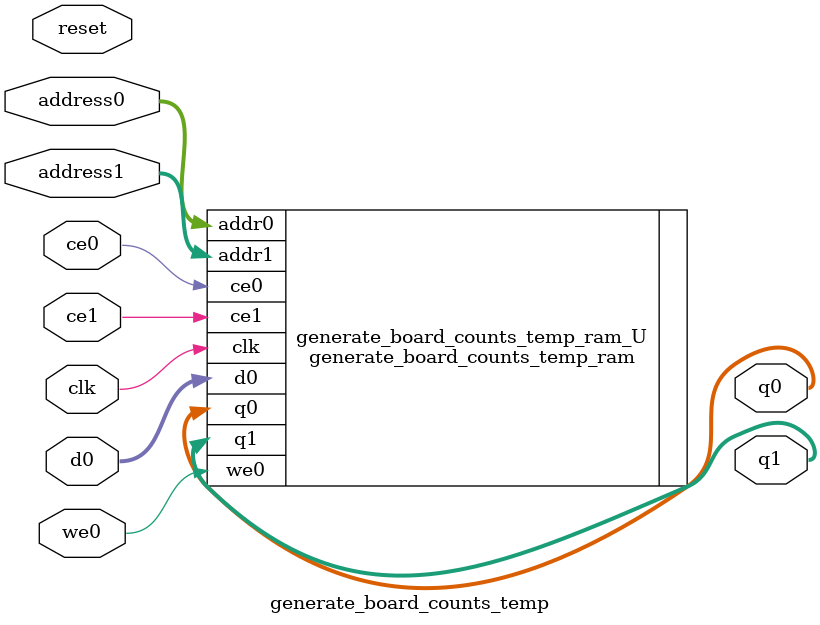
<source format=v>

`timescale 1 ns / 1 ps
module generate_board_counts_temp(
    reset,
    clk,
    address0,
    ce0,
    we0,
    d0,
    q0,
    address1,
    ce1,
    q1);

parameter DataWidth = 32'd32;
parameter AddressRange = 32'd8;
parameter AddressWidth = 32'd3;
input reset;
input clk;
input[AddressWidth - 1:0] address0;
input ce0;
input we0;
input[DataWidth - 1:0] d0;
output[DataWidth - 1:0] q0;
input[AddressWidth - 1:0] address1;
input ce1;
output[DataWidth - 1:0] q1;



generate_board_counts_temp_ram generate_board_counts_temp_ram_U(
    .clk( clk ),
    .addr0( address0 ),
    .ce0( ce0 ),
    .d0( d0 ),
    .we0( we0 ),
    .q0( q0 ),
    .addr1( address1 ),
    .ce1( ce1 ),
    .q1( q1 ));

endmodule

</source>
